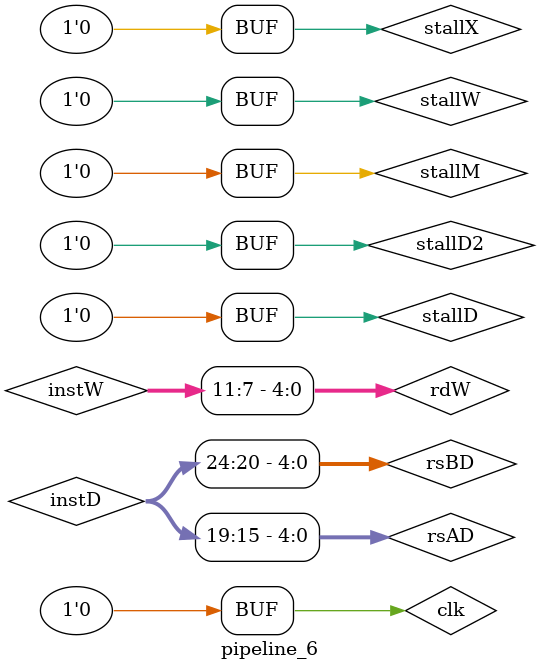
<source format=v>
`timescale 1ps / 1ps


module pipeline_6();

wire [31:0] instF, instD, instD2, instX, instM, instW;
wire [31:0] pc_in, pcF, pcD, pcD2, pcX, pcM, pcW;
reg clk;

parameter ADD = 4'd0;

// F stage
wire stallF_req, PCSel_F;
wire [31:0] pc_plus4_out, immF, PC_Imm_F;
wire [2:0] imm_sel;
wire [2:0] PCSel_F_out;

// D stage
wire [4:0] rsAD, rsBD;
wire [31:0] rsA_out, rsB_out, PC_Imm_D, pcD_4, immD;
reg stallD;
// D2 stage
wire br_eq_D2, br_lt_D2, br_un_D2, BSel, ASel, PCSel_D2;
reg stallD2;
wire [31:0] Bout_D2, Aout_D2, Bbypass_out, Abypass_out, PC_Imm_D2, immD2, rsB_out_D2, rsA_out_D2, pcD2_4;
wire [1:0] Abypass_sel, Bbypass_sel;
// X stage
wire [31:0] Aout_X, Bout_X, ALUout_X, Bbypass_out_X, pcX_4;
wire [3:0] ALUSel;
reg stallX;

//M stage
wire [31:0] wbout_M, dmem_out_M, Bbypass_out_M, ALUout_M, pcM_4;
wire [1:0] WBSel, WSel;
wire DMEM_Wen;
wire [2:0] RSel ;
reg stallM;

//W stage
wire [31:0] wbout_W;
wire [4:0] rdW;
wire RegWen;
reg stallW;

// Pipeline signals
reg validF, validD, validD2, validX, validM, validW;
wire killD_req_next, killD2_req_next, killX_req_next;

    // 0: PC + 4
    // 1: PCF + ImmF
    // 2: JALR -> ALUout_X
    // 3: Branch PCD2 + ImmD2
    // 4: Branch PCD2 + 4

mux8 PCmux(
    .in0(pc_plus4_out),
    .in1(PC_Imm_F),
    .in2(ALUout_X),
    .in3(PC_Imm_D2),
    .in4(pcD2_4),
    .in5(),
    .in6(),
    .in7(),
    .sel(PCSel_F_out),
    .out(pc_in)
);

pipeline_reg   PCF   (.clk(clk), .in(pc_in), .out(pcF), .stall(stallF_req));  // Stage register

add_4          PC_F4(.in(pcF), .out(pc_plus4_out));
IMEM           IMEM (.PC(pcF), .inst(instF));
imm_gen        IMM_G( .ImmSel(imm_sel), .inst(instF), .imm(immF));
ALU            ALU_J(.in1(pcF), .in2(immF), .out(PC_Imm_F), .sel(ADD)); 

// D stage

pipeline_reg   branchD_reg(.clk(clk), .in(PC_Imm_F),      .out(PC_Imm_D),  .stall(stallD));
pipeline_reg   ImmD_reg   (.clk(clk), .in(pc_plus4_out),  .out(pcD_4),     .stall(stallD));
pipeline_reg   PCD_reg    (.clk(clk), .in(pcF),           .out(pcD),       .stall(stallD));  // Stage register
pipeline_reg   instD_reg  (.clk(clk), .in(instF),         .out(instD),     .stall(stallD));  // Stage register
pipeline_reg   immD_reg   (.clk(clk), .in(immF),          .out(immD),      .stall(stallD));  // Stage register

assign rsAD = instD[19:15];
assign rsBD = instD[24:20];
regs      REG_FILES (.addr_D(rdW), .data_D(wbout_W),  
                    .addr_A(rsAD), .data_A(rsA_out),
                    .addr_B(rsBD), .data_B(rsB_out),
                    .Wen(RegWen & validW), 
                    .clk(clk) );

// D2 stage

pipeline_reg   branch_reg(.clk(clk), .in(PC_Imm_D),  .out(PC_Imm_D2),   .stall(stallD2));
pipeline_reg   Imm_reg_D2(.clk(clk), .in(pcD_4),     .out(pcD2_4),      .stall(stallD2));
pipeline_reg   rsA_outD2 (.clk(clk), .in(rsA_out),   .out(rsA_out_D2),  .stall(stallD2));
pipeline_reg   rsB_outD2 (.clk(clk), .in(rsB_out),   .out(rsB_out_D2),  .stall(stallD2));
pipeline_reg   ImmD2_reg (.clk(clk), .in(immD),      .out(immD2),       .stall(stallD2));  // Stage register
pipeline_reg   PCD2_reg  (.clk(clk), .in(pcD),       .out(pcD2),        .stall(stallD2));  // Stage register
pipeline_reg   instD2_reg(.clk(clk), .in(instD),     .out(instD2),      .stall(stallD2));  // Stage register

                            /*
                                bypass option:
                                0: Not bypass
                                1: Forward X -> D2 ---- ALUout_X
                                2: Forward M -> D2 ---- wbout_M
                                3: Forward W -> D2 ---- wbout_W
                            */

mux4 Abypass_mux (
    .in0(rsA_out_D2),
    .in1(ALUout_X),
    .in2(wbout_M),
    .in3(wbout_W),
    .sel(Abypass_sel),
    .out(Abypass_out)
);

mux4 Bbypass_mux (
    .in0(rsB_out_D2),
    .in1(ALUout_X),
    .in2(wbout_M),
    .in3(wbout_W),
    .sel(Bbypass_sel),
    .out(Bbypass_out)
);

mux Aout(
    .in0(Abypass_out),
    .in1(pcD2),
    .sel(ASel),
    .out(Aout_D2)
);

mux Bout(
    .in0(Bbypass_out),
    .in1(immD2),
    .sel(BSel),
    .out(Bout_D2)
);

branch_comp branch_comp(.inA(Abypass_out), .inB(Bbypass_out), 
                        .BrEq(br_eq_D2), .BrLT(br_lt_D2), .BrUn(br_un_D2));

// X stage
pipeline_reg   PCX_4_reg (.clk(clk), .in(pcD2_4),        .out(pcX_4),          .stall(stallX));  
pipeline_reg   Aout_X_reg(.clk(clk), .in(Aout_D2),       .out(Aout_X),         .stall(stallX));
pipeline_reg   Bout_X_reg(.clk(clk), .in(Bout_D2),       .out(Bout_X),         .stall(stallX));
pipeline_reg   rsB_outX  (.clk(clk), .in(Bbypass_out),   .out(Bbypass_out_X),  .stall(stallX));
pipeline_reg   PCX_reg   (.clk(clk), .in(pcD2),          .out(pcX),            .stall(stallX));  // Stage register
pipeline_reg   instX_reg (.clk(clk), .in(instD2),        .out(instX),          .stall(stallX));  // Stage register

ALU            ALU(.in1(Aout_X), .in2(Bout_X), .out(ALUout_X), .sel(ALUSel));

// M stage

pipeline_reg   Imm_reg_M (.clk(clk), .in(pcX_4),         .out(pcM_4),          .stall(stallM));
pipeline_reg   rsA_outM  (.clk(clk), .in(ALUout_X),      .out(ALUout_M),       .stall(stallM));
pipeline_reg   rsB_outM  (.clk(clk), .in(Bbypass_out_X), .out(Bbypass_out_M),  .stall(stallM));
pipeline_reg   PCM_reg   (.clk(clk), .in(pcX),           .out(pcM),            .stall(stallM));  // Stage register
pipeline_reg   instM_reg (.clk(clk), .in(instX),         .out(instM),          .stall(stallM));  // Stage register

dmem      DMEM(.addr(ALUout_M), .dataw(Bbypass_out_M), .datar(dmem_out_M), .clk(clk), .Wen(DMEM_Wen & validM), .RSel(RSel), .WSel(WSel));
mux4      Wbmux(.in0(dmem_out_M), .in1(ALUout_M), .in2(pcM_4), .in3(32'd0), .out(wbout_M), .sel(WBSel));

// W stage
pipeline_reg   instW_reg (.clk(clk), .in(wbout_M),       .out(wbout_W),          .stall(stallW));  // Stage register
pipeline_reg   rsB_outW  (.clk(clk), .in(instM),         .out(instW),            .stall(stallW));

assign rdW = instW[11:7];

// -------------------------- Each stage control logic -------------------------------- // 


control   ControlF(
// F signal
    .PCSel(PCSel_F), // Branch predict
    .inst(instF),
    .ImmSel(imm_sel)
    );
//control   ControlD(
//// F signal
//    .inst(instD)
//    );
control   ControlD2(
// F signal
    .PCSel(PCSel_D2),
    .inst(instD2),
// D2 signal
    .BrEq(br_eq_D2),
    .BrLT(br_lt_D2),
    .BrUn(br_un_D2),
    .BSel(BSel),
    .ASel(ASel)
    );
control   ControlX(
// F signal
    .inst(instX),
// X signal
    .ALUSel(ALUSel)
    );
control   ControlM(
// F signal
    .inst(instM),
// M signal
    .MemRW(DMEM_Wen),
    .RSel(RSel),
    .WSel(WSel),
    .WBSel(WBSel)
    );
control   ControlW(
// F signal
    .inst(instW),
// W signal
    .RegWen(RegWen)
    );
// -------------------------- Each stage control logic -------------------------------- // 

// Pipeline Control Logic

pipeline6_branch pipeline_branch(
    .clk(clk),
    .instF(instF),
    .instD(instD),
    .instD2(instD2),
    .instX(instX),
    .validF(validF),
    .validD(validD),
    .validD2(validD2),
    .validX(validX),
    .killD_req_next(killD_req_next),
    .killD2_req_next(killD2_req_next),
    .killX_req_next(killX_req_next),
    .PCSel_F(PCSel_F),
    .PCSel_D2(PCSel_D2),
    .PCSel_F_out(PCSel_F_out)
    );

forwarding_pipeline6 forwarding_pipeline6(
    .instF(instF),
    .instD(instD),
    .instD2(instD2),
    .instX(instX),
    .instM(instM),
    .instW(instW),
    .validF(validF),
    .validD(validD),
    .validD2(validD2),
    .validX(validX),
    .validM(validM),
    .validW(validW),
    .Abypass_sel(Abypass_sel),
    .Bbypass_sel(Bbypass_sel),
    .stallF_req(stallF_req)
    );

always @(posedge clk) begin
    validF <= 1'b1;
    if ((stallF_req == 1'b1) || (killD_req_next == 1'b1))
    begin
        validD <= 1'b0;
    end else begin
        validD <= validF;
    end
    if (killD2_req_next == 1'b1) begin
        validD2 <= 1'b0;
    end else begin
        validD2 <= validD;
    end
    if (killX_req_next == 1'b1) begin
        validX <= 1'b0;
    end else begin
        validX <= validD2;
    end
    validM <= validX;
    validW <= validM;
end

always
begin
    #100;
    clk=1;
    #100;
    clk=0;
end
initial begin
//    stallF <= 0;
    stallD <= 0;
    stallD2<= 0;
    stallX <= 0;
    stallM <= 0;
    stallW <= 0;
    
    validF <= 1;
    validD <= 1;
    validD2<= 1;
    validX <= 1;
    validM <= 1;
    validW <= 1;
end
endmodule

</source>
